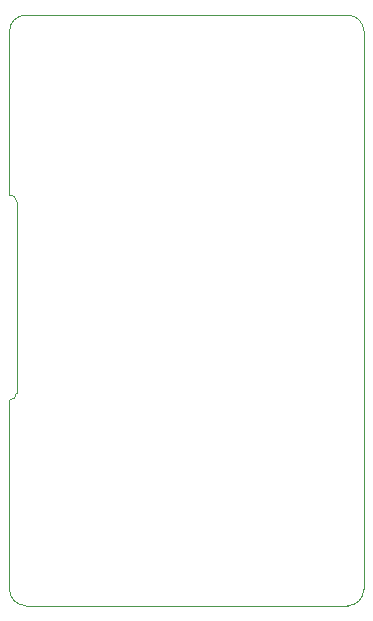
<source format=gko>
G04 Layer_Color=16711935*
%FSLAX42Y42*%
%MOMM*%
G71*
G01*
G75*
%ADD42C,0.10*%
D42*
X137Y5000D02*
G03*
X0Y4863I0J-137D01*
G01*
X3000D02*
G03*
X2863Y5000I-137J0D01*
G01*
X2863Y0D02*
G03*
X3000Y137I0J137D01*
G01*
X0Y137D02*
G03*
X137Y0I137J0D01*
G01*
X0Y1740D02*
G03*
X60Y1800I0J60D01*
G01*
Y3420D02*
G03*
X0Y3480I-60J0D01*
G01*
X137Y5000D02*
X2863D01*
X3000Y137D02*
Y4863D01*
X137Y0D02*
X2863D01*
X60Y1800D02*
Y3420D01*
X0Y3480D02*
Y4863D01*
Y137D02*
Y1740D01*
M02*

</source>
